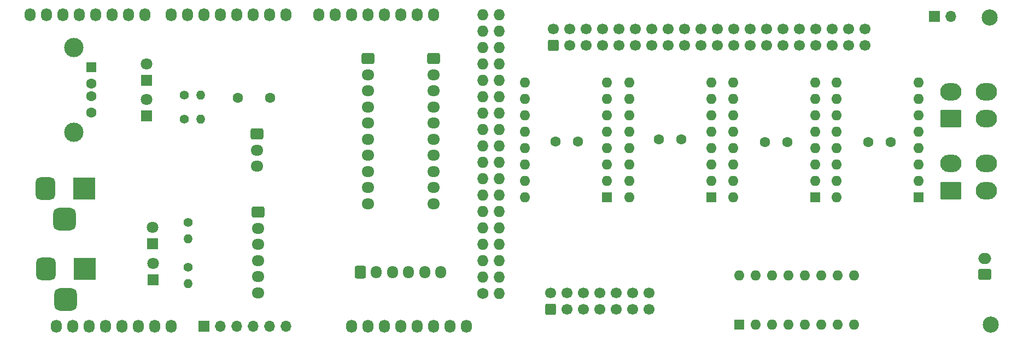
<source format=gbr>
G04 #@! TF.GenerationSoftware,KiCad,Pcbnew,(6.0.7-1)-1*
G04 #@! TF.CreationDate,2023-05-21T10:16:02+10:00*
G04 #@! TF.ProjectId,NEW_STANDBY_SHEILD,4e45575f-5354-4414-9e44-42595f534845,rev?*
G04 #@! TF.SameCoordinates,Original*
G04 #@! TF.FileFunction,Soldermask,Bot*
G04 #@! TF.FilePolarity,Negative*
%FSLAX46Y46*%
G04 Gerber Fmt 4.6, Leading zero omitted, Abs format (unit mm)*
G04 Created by KiCad (PCBNEW (6.0.7-1)-1) date 2023-05-21 10:16:02*
%MOMM*%
%LPD*%
G01*
G04 APERTURE LIST*
G04 Aperture macros list*
%AMRoundRect*
0 Rectangle with rounded corners*
0 $1 Rounding radius*
0 $2 $3 $4 $5 $6 $7 $8 $9 X,Y pos of 4 corners*
0 Add a 4 corners polygon primitive as box body*
4,1,4,$2,$3,$4,$5,$6,$7,$8,$9,$2,$3,0*
0 Add four circle primitives for the rounded corners*
1,1,$1+$1,$2,$3*
1,1,$1+$1,$4,$5*
1,1,$1+$1,$6,$7*
1,1,$1+$1,$8,$9*
0 Add four rect primitives between the rounded corners*
20,1,$1+$1,$2,$3,$4,$5,0*
20,1,$1+$1,$4,$5,$6,$7,0*
20,1,$1+$1,$6,$7,$8,$9,0*
20,1,$1+$1,$8,$9,$2,$3,0*%
G04 Aperture macros list end*
%ADD10C,1.727200*%
%ADD11O,1.727200X1.727200*%
%ADD12O,1.727200X2.032000*%
%ADD13R,1.700000X1.700000*%
%ADD14O,1.700000X1.700000*%
%ADD15R,1.800000X1.800000*%
%ADD16C,1.800000*%
%ADD17C,1.400000*%
%ADD18O,1.400000X1.400000*%
%ADD19RoundRect,0.250000X0.600000X-0.600000X0.600000X0.600000X-0.600000X0.600000X-0.600000X-0.600000X0*%
%ADD20C,1.700000*%
%ADD21RoundRect,0.250000X-0.600000X-0.725000X0.600000X-0.725000X0.600000X0.725000X-0.600000X0.725000X0*%
%ADD22O,1.700000X1.950000*%
%ADD23RoundRect,0.250000X-0.725000X0.600000X-0.725000X-0.600000X0.725000X-0.600000X0.725000X0.600000X0*%
%ADD24O,1.950000X1.700000*%
%ADD25C,1.600000*%
%ADD26R,3.500000X3.500000*%
%ADD27RoundRect,0.750000X-0.750000X-1.000000X0.750000X-1.000000X0.750000X1.000000X-0.750000X1.000000X0*%
%ADD28RoundRect,0.875000X-0.875000X-0.875000X0.875000X-0.875000X0.875000X0.875000X-0.875000X0.875000X0*%
%ADD29R,1.500000X1.600000*%
%ADD30C,3.000000*%
%ADD31RoundRect,0.250001X1.399999X-1.099999X1.399999X1.099999X-1.399999X1.099999X-1.399999X-1.099999X0*%
%ADD32O,3.300000X2.700000*%
%ADD33R,1.600000X1.600000*%
%ADD34O,1.600000X1.600000*%
%ADD35C,2.500000*%
%ADD36RoundRect,0.250000X0.750000X-0.600000X0.750000X0.600000X-0.750000X0.600000X-0.750000X-0.600000X0*%
%ADD37O,2.000000X1.700000*%
G04 APERTURE END LIST*
D10*
X197358000Y-114046000D03*
D11*
X199898000Y-114046000D03*
X197358000Y-111506000D03*
X199898000Y-111506000D03*
X197358000Y-108966000D03*
X199898000Y-108966000D03*
X197358000Y-106426000D03*
X199898000Y-106426000D03*
X197358000Y-103886000D03*
X199898000Y-103886000D03*
X197358000Y-101346000D03*
X199898000Y-101346000D03*
X197358000Y-98806000D03*
X199898000Y-98806000D03*
X197358000Y-96266000D03*
X199898000Y-96266000D03*
X197358000Y-93726000D03*
X199898000Y-93726000D03*
X197358000Y-91186000D03*
X199898000Y-91186000D03*
X197358000Y-88646000D03*
X199898000Y-88646000D03*
X197358000Y-86106000D03*
X199898000Y-86106000D03*
X197358000Y-83566000D03*
X199898000Y-83566000D03*
X197358000Y-81026000D03*
X199898000Y-81026000D03*
X197358000Y-78486000D03*
X199898000Y-78486000D03*
X197358000Y-75946000D03*
X199898000Y-75946000D03*
X197358000Y-73406000D03*
X199898000Y-73406000D03*
X197358000Y-70866000D03*
X199898000Y-70866000D03*
D12*
X131318000Y-119126000D03*
X133858000Y-119126000D03*
X136398000Y-119126000D03*
X138938000Y-119126000D03*
X141478000Y-119126000D03*
X144018000Y-119126000D03*
X146558000Y-119126000D03*
X149098000Y-119126000D03*
D13*
X154178000Y-119126000D03*
D14*
X156718000Y-119126000D03*
X159258000Y-119126000D03*
X161798000Y-119126000D03*
X164338000Y-119126000D03*
X166878000Y-119126000D03*
D12*
X177038000Y-119126000D03*
X179578000Y-119126000D03*
X182118000Y-119126000D03*
X184658000Y-119126000D03*
X187198000Y-119126000D03*
X189738000Y-119126000D03*
X192278000Y-119126000D03*
X194818000Y-119126000D03*
X127254000Y-70866000D03*
X129794000Y-70866000D03*
X132334000Y-70866000D03*
X134874000Y-70866000D03*
X137414000Y-70866000D03*
X139954000Y-70866000D03*
X142494000Y-70866000D03*
X145034000Y-70866000D03*
X149098000Y-70866000D03*
X151638000Y-70866000D03*
X154178000Y-70866000D03*
X156718000Y-70866000D03*
X159258000Y-70866000D03*
X161798000Y-70866000D03*
X164338000Y-70866000D03*
X166878000Y-70866000D03*
X171958000Y-70866000D03*
X174498000Y-70866000D03*
X177038000Y-70866000D03*
X179578000Y-70866000D03*
X182118000Y-70866000D03*
X184658000Y-70866000D03*
X187198000Y-70866000D03*
X189738000Y-70866000D03*
D15*
X145300000Y-81025000D03*
D16*
X145300000Y-78485000D03*
D15*
X145300000Y-86525000D03*
D16*
X145300000Y-83985000D03*
D17*
X151150000Y-83300000D03*
D18*
X153690000Y-83300000D03*
D19*
X207890000Y-116450000D03*
D20*
X207890000Y-113910000D03*
X210430000Y-116450000D03*
X210430000Y-113910000D03*
X212970000Y-116450000D03*
X212970000Y-113910000D03*
X215510000Y-116450000D03*
X215510000Y-113910000D03*
X218050000Y-116450000D03*
X218050000Y-113910000D03*
X220590000Y-116450000D03*
X220590000Y-113910000D03*
X223130000Y-116450000D03*
X223130000Y-113910000D03*
D15*
X146350000Y-111925000D03*
D16*
X146350000Y-109385000D03*
D21*
X178388000Y-110727000D03*
D22*
X180888000Y-110727000D03*
X183388000Y-110727000D03*
X185888000Y-110727000D03*
X188388000Y-110727000D03*
X190888000Y-110727000D03*
D23*
X189738000Y-77630000D03*
D24*
X189738000Y-80130000D03*
X189738000Y-82630000D03*
X189738000Y-85130000D03*
X189738000Y-87630000D03*
X189738000Y-90130000D03*
X189738000Y-92630000D03*
X189738000Y-95130000D03*
X189738000Y-97630000D03*
X189738000Y-100130000D03*
D17*
X151180000Y-86995000D03*
D18*
X153720000Y-86995000D03*
D17*
X151750000Y-109960000D03*
D18*
X151750000Y-112500000D03*
D25*
X241049600Y-90620000D03*
X244549600Y-90620000D03*
X224649600Y-90120000D03*
X228149600Y-90120000D03*
D26*
X135650000Y-97800000D03*
D27*
X129650000Y-97800000D03*
D28*
X132650000Y-102500000D03*
D29*
X136750000Y-79000000D03*
D25*
X136750000Y-81500000D03*
X136750000Y-83500000D03*
X136750000Y-86000000D03*
D30*
X134040000Y-75930000D03*
X134040000Y-89070000D03*
D31*
X269850000Y-98100000D03*
D32*
X269850000Y-93900000D03*
X275350000Y-98100000D03*
X275350000Y-93900000D03*
D25*
X257049600Y-90620000D03*
X260549600Y-90620000D03*
D19*
X208280000Y-75565000D03*
D20*
X208280000Y-73025000D03*
X210820000Y-75565000D03*
X210820000Y-73025000D03*
X213360000Y-75565000D03*
X213360000Y-73025000D03*
X215900000Y-75565000D03*
X215900000Y-73025000D03*
X218440000Y-75565000D03*
X218440000Y-73025000D03*
X220980000Y-75565000D03*
X220980000Y-73025000D03*
X223520000Y-75565000D03*
X223520000Y-73025000D03*
X226060000Y-75565000D03*
X226060000Y-73025000D03*
X228600000Y-75565000D03*
X228600000Y-73025000D03*
X231140000Y-75565000D03*
X231140000Y-73025000D03*
X233680000Y-75565000D03*
X233680000Y-73025000D03*
X236220000Y-75565000D03*
X236220000Y-73025000D03*
X238760000Y-75565000D03*
X238760000Y-73025000D03*
X241300000Y-75565000D03*
X241300000Y-73025000D03*
X243840000Y-75565000D03*
X243840000Y-73025000D03*
X246380000Y-75565000D03*
X246380000Y-73025000D03*
X248920000Y-75565000D03*
X248920000Y-73025000D03*
X251460000Y-75565000D03*
X251460000Y-73025000D03*
X254000000Y-75565000D03*
X254000000Y-73025000D03*
X256540000Y-75565000D03*
X256540000Y-73025000D03*
D33*
X264889600Y-99170000D03*
D34*
X264889600Y-96630000D03*
X264889600Y-94090000D03*
X264889600Y-91550000D03*
X264889600Y-89010000D03*
X264889600Y-86470000D03*
X264889600Y-83930000D03*
X264889600Y-81390000D03*
X252189600Y-81390000D03*
X252189600Y-83930000D03*
X252189600Y-86470000D03*
X252189600Y-89010000D03*
X252189600Y-91550000D03*
X252189600Y-94090000D03*
X252189600Y-96630000D03*
X252189600Y-99170000D03*
D26*
X135750000Y-110242500D03*
D27*
X129750000Y-110242500D03*
D28*
X132750000Y-114942500D03*
D35*
X276000000Y-118850000D03*
D25*
X159425000Y-83693000D03*
X164425000Y-83693000D03*
D15*
X146250000Y-106350000D03*
D16*
X146250000Y-103810000D03*
D35*
X275900000Y-71250000D03*
D17*
X151750000Y-103010000D03*
D18*
X151750000Y-105550000D03*
D33*
X232739600Y-99170000D03*
D34*
X232739600Y-96630000D03*
X232739600Y-94090000D03*
X232739600Y-91550000D03*
X232739600Y-89010000D03*
X232739600Y-86470000D03*
X232739600Y-83930000D03*
X232739600Y-81390000D03*
X220039600Y-81390000D03*
X220039600Y-83930000D03*
X220039600Y-86470000D03*
X220039600Y-89010000D03*
X220039600Y-91550000D03*
X220039600Y-94090000D03*
X220039600Y-96630000D03*
X220039600Y-99170000D03*
D23*
X179595000Y-77650000D03*
D24*
X179595000Y-80150000D03*
X179595000Y-82650000D03*
X179595000Y-85150000D03*
X179595000Y-87650000D03*
X179595000Y-90150000D03*
X179595000Y-92650000D03*
X179595000Y-95150000D03*
X179595000Y-97650000D03*
X179595000Y-100150000D03*
D36*
X275100000Y-111100000D03*
D37*
X275100000Y-108600000D03*
D23*
X162450000Y-89321000D03*
D24*
X162450000Y-91821000D03*
X162450000Y-94321000D03*
D23*
X162577000Y-101446000D03*
D24*
X162577000Y-103946000D03*
X162577000Y-106446000D03*
X162577000Y-108946000D03*
X162577000Y-111446000D03*
X162577000Y-113946000D03*
D33*
X237050000Y-118867500D03*
D34*
X239590000Y-118867500D03*
X242130000Y-118867500D03*
X244670000Y-118867500D03*
X247210000Y-118867500D03*
X249750000Y-118867500D03*
X252290000Y-118867500D03*
X254830000Y-118867500D03*
X254830000Y-111247500D03*
X252290000Y-111247500D03*
X249750000Y-111247500D03*
X247210000Y-111247500D03*
X244670000Y-111247500D03*
X242130000Y-111247500D03*
X239590000Y-111247500D03*
X237050000Y-111247500D03*
D33*
X248889600Y-99170000D03*
D34*
X248889600Y-96630000D03*
X248889600Y-94090000D03*
X248889600Y-91550000D03*
X248889600Y-89010000D03*
X248889600Y-86470000D03*
X248889600Y-83930000D03*
X248889600Y-81390000D03*
X236189600Y-81390000D03*
X236189600Y-83930000D03*
X236189600Y-86470000D03*
X236189600Y-89010000D03*
X236189600Y-91550000D03*
X236189600Y-94090000D03*
X236189600Y-96630000D03*
X236189600Y-99170000D03*
D33*
X216589600Y-99170000D03*
D34*
X216589600Y-96630000D03*
X216589600Y-94090000D03*
X216589600Y-91550000D03*
X216589600Y-89010000D03*
X216589600Y-86470000D03*
X216589600Y-83930000D03*
X216589600Y-81390000D03*
X203889600Y-81390000D03*
X203889600Y-83930000D03*
X203889600Y-86470000D03*
X203889600Y-89010000D03*
X203889600Y-91550000D03*
X203889600Y-94090000D03*
X203889600Y-96630000D03*
X203889600Y-99170000D03*
D13*
X267335000Y-71120000D03*
D14*
X269875000Y-71120000D03*
D25*
X208599600Y-90520000D03*
X212099600Y-90520000D03*
D31*
X269850000Y-86950000D03*
D32*
X269850000Y-82750000D03*
X275350000Y-86950000D03*
X275350000Y-82750000D03*
M02*

</source>
